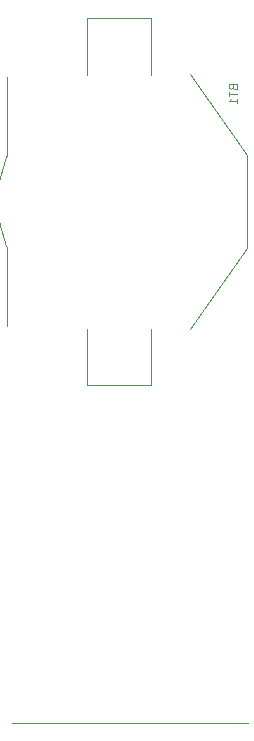
<source format=gbr>
G04 #@! TF.GenerationSoftware,KiCad,Pcbnew,(5.1.2-1)-1*
G04 #@! TF.CreationDate,2021-10-09T10:13:21+02:00*
G04 #@! TF.ProjectId,parasite,70617261-7369-4746-952e-6b696361645f,1.2.0*
G04 #@! TF.SameCoordinates,Original*
G04 #@! TF.FileFunction,Legend,Bot*
G04 #@! TF.FilePolarity,Positive*
%FSLAX46Y46*%
G04 Gerber Fmt 4.6, Leading zero omitted, Abs format (unit mm)*
G04 Created by KiCad (PCBNEW (5.1.2-1)-1) date 2021-10-09 10:13:21*
%MOMM*%
%LPD*%
G04 APERTURE LIST*
%ADD10C,0.120000*%
G04 APERTURE END LIST*
D10*
X58000000Y-99000000D02*
X78000000Y-99000000D01*
X64350000Y-70450000D02*
X64350000Y-65650000D01*
X69850000Y-70450000D02*
X64350000Y-70450000D01*
X69850000Y-65650000D02*
X69850000Y-70450000D01*
X69850000Y-39350000D02*
X69850000Y-44150000D01*
X64350000Y-39350000D02*
X69850000Y-39350000D01*
X64350000Y-44150000D02*
X64350000Y-39350000D01*
X57600000Y-65450000D02*
X57600000Y-58750000D01*
X57600000Y-44350000D02*
X57600000Y-51050000D01*
X77950000Y-58850000D02*
X73150000Y-65650000D01*
X77950000Y-50950000D02*
X77950000Y-58850000D01*
X73150000Y-44100000D02*
X77950000Y-50950000D01*
X57598536Y-51053615D02*
G75*
G03X57600000Y-58750000I9501464J-3846385D01*
G01*
X76750000Y-45200000D02*
X76783333Y-45300000D01*
X76816666Y-45333333D01*
X76883333Y-45366666D01*
X76983333Y-45366666D01*
X77050000Y-45333333D01*
X77083333Y-45300000D01*
X77116666Y-45233333D01*
X77116666Y-44966666D01*
X76416666Y-44966666D01*
X76416666Y-45200000D01*
X76450000Y-45266666D01*
X76483333Y-45300000D01*
X76550000Y-45333333D01*
X76616666Y-45333333D01*
X76683333Y-45300000D01*
X76716666Y-45266666D01*
X76750000Y-45200000D01*
X76750000Y-44966666D01*
X76416666Y-45566666D02*
X76416666Y-45966666D01*
X77116666Y-45766666D02*
X76416666Y-45766666D01*
X77116666Y-46566666D02*
X77116666Y-46166666D01*
X77116666Y-46366666D02*
X76416666Y-46366666D01*
X76516666Y-46300000D01*
X76583333Y-46233333D01*
X76616666Y-46166666D01*
M02*

</source>
